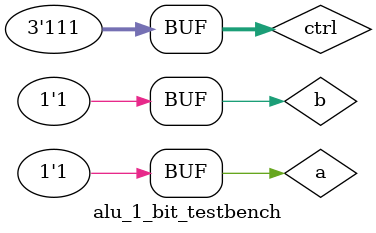
<source format=sv>
`timescale 10ps/1ps

module alu_1_bit (
input logic a,
input logic b,
input logic c_in,
input logic [2:0] ctrl,
output logic out_slice,
output logic c_out
);
	logic [7:0] mux_inputs; // inputs for the mux
	logic fa_output, and_output, or_output, xor_output; // Temp logic
	logic not_b, fa_b_input;
	
	not #(5) (not_b, b); // Invert b for 2s comp addition or subtraction
	mux2_1 subtract (.out(fa_b_input), .inputs({not_b, b}), .select(ctrl[0])); // Mux to select b or b_not depending on
																										// if ctrl is add or subtract.
	
	full_adder fa (.a(a), .b(fa_b_input), .c_in(c_in), .c_out(c_out), .sum(fa_output)); // full adder instantiation
	
	and #(5) (and_output, a, b); // a and b
	or  #(5) (or_output, a, b);  // a or b
	xor #(5) (xor_output, a, b); // a xor b
	 
	// Concatenate the various possible operation outputs into a bus, 1'bx for don't care alu op signals 
	assign mux_inputs = {1'bx, xor_output, or_output, and_output, fa_output, fa_output, 1'bx, b};
	
	// insert all alu op outputs into mux for selection.
	mux8_1 mux8 (.out(out_slice), .inputs(mux_inputs), .select(ctrl));
endmodule

module alu_1_bit_testbench (); // Tests all possible combinations of a/b and ctrl inputs.
	logic a, b;
	logic [2:0] ctrl;
	logic out, c_out;
	
	alu_1_bit dut (.a(a), .b(b), .c_in(ctrl[0]), .ctrl(ctrl), .out(out), .c_out(c_out));
	
	initial begin
		for (int i = 0; i < 32; i++) begin
			{a, b, ctrl[2], ctrl[1], ctrl[0]} = i; #10;
		end
	end
endmodule

</source>
